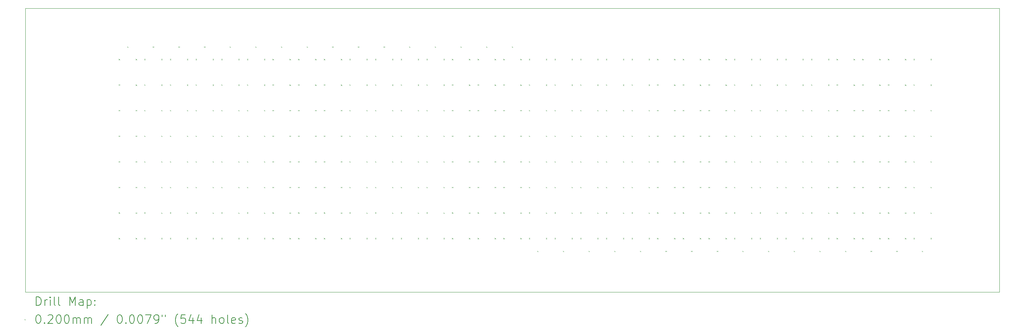
<source format=gbr>
%TF.GenerationSoftware,KiCad,Pcbnew,6.0.8+dfsg-1~bpo11+1*%
%TF.CreationDate,2023-06-19T10:01:32-04:00*%
%TF.ProjectId,08_padded_interleaved_loose,30385f70-6164-4646-9564-5f696e746572,rev?*%
%TF.SameCoordinates,Original*%
%TF.FileFunction,Drillmap*%
%TF.FilePolarity,Positive*%
%FSLAX45Y45*%
G04 Gerber Fmt 4.5, Leading zero omitted, Abs format (unit mm)*
G04 Created by KiCad (PCBNEW 6.0.8+dfsg-1~bpo11+1) date 2023-06-19 10:01:32*
%MOMM*%
%LPD*%
G01*
G04 APERTURE LIST*
%ADD10C,0.100000*%
%ADD11C,0.200000*%
%ADD12C,0.020000*%
G04 APERTURE END LIST*
D10*
X4217500Y-4700000D02*
X27005000Y-4700000D01*
X27005000Y-4700000D02*
X27005000Y-11355000D01*
X27005000Y-11355000D02*
X4217500Y-11355000D01*
X4217500Y-11355000D02*
X4217500Y-4700000D01*
D11*
D12*
X6400000Y-5889000D02*
X6420000Y-5909000D01*
X6420000Y-5889000D02*
X6400000Y-5909000D01*
X6400000Y-6489000D02*
X6420000Y-6509000D01*
X6420000Y-6489000D02*
X6400000Y-6509000D01*
X6400000Y-7089000D02*
X6420000Y-7109000D01*
X6420000Y-7089000D02*
X6400000Y-7109000D01*
X6400000Y-7689000D02*
X6420000Y-7709000D01*
X6420000Y-7689000D02*
X6400000Y-7709000D01*
X6400000Y-8289000D02*
X6420000Y-8309000D01*
X6420000Y-8289000D02*
X6400000Y-8309000D01*
X6400000Y-8889000D02*
X6420000Y-8909000D01*
X6420000Y-8889000D02*
X6400000Y-8909000D01*
X6400000Y-9489000D02*
X6420000Y-9509000D01*
X6420000Y-9489000D02*
X6400000Y-9509000D01*
X6400000Y-10089000D02*
X6420000Y-10109000D01*
X6420000Y-10089000D02*
X6400000Y-10109000D01*
X6597500Y-5595000D02*
X6617500Y-5615000D01*
X6617500Y-5595000D02*
X6597500Y-5615000D01*
X6798000Y-5890000D02*
X6818000Y-5910000D01*
X6818000Y-5890000D02*
X6798000Y-5910000D01*
X6798000Y-6490000D02*
X6818000Y-6510000D01*
X6818000Y-6490000D02*
X6798000Y-6510000D01*
X6798000Y-7090000D02*
X6818000Y-7110000D01*
X6818000Y-7090000D02*
X6798000Y-7110000D01*
X6798000Y-7690000D02*
X6818000Y-7710000D01*
X6818000Y-7690000D02*
X6798000Y-7710000D01*
X6798000Y-8290000D02*
X6818000Y-8310000D01*
X6818000Y-8290000D02*
X6798000Y-8310000D01*
X6798000Y-8890000D02*
X6818000Y-8910000D01*
X6818000Y-8890000D02*
X6798000Y-8910000D01*
X6798000Y-9490000D02*
X6818000Y-9510000D01*
X6818000Y-9490000D02*
X6798000Y-9510000D01*
X6798000Y-10090000D02*
X6818000Y-10110000D01*
X6818000Y-10090000D02*
X6798000Y-10110000D01*
X7000000Y-5889000D02*
X7020000Y-5909000D01*
X7020000Y-5889000D02*
X7000000Y-5909000D01*
X7000000Y-6489000D02*
X7020000Y-6509000D01*
X7020000Y-6489000D02*
X7000000Y-6509000D01*
X7000000Y-7089000D02*
X7020000Y-7109000D01*
X7020000Y-7089000D02*
X7000000Y-7109000D01*
X7000000Y-7689000D02*
X7020000Y-7709000D01*
X7020000Y-7689000D02*
X7000000Y-7709000D01*
X7000000Y-8289000D02*
X7020000Y-8309000D01*
X7020000Y-8289000D02*
X7000000Y-8309000D01*
X7000000Y-8889000D02*
X7020000Y-8909000D01*
X7020000Y-8889000D02*
X7000000Y-8909000D01*
X7000000Y-9489000D02*
X7020000Y-9509000D01*
X7020000Y-9489000D02*
X7000000Y-9509000D01*
X7000000Y-10089000D02*
X7020000Y-10109000D01*
X7020000Y-10089000D02*
X7000000Y-10109000D01*
X7197500Y-5595000D02*
X7217500Y-5615000D01*
X7217500Y-5595000D02*
X7197500Y-5615000D01*
X7398000Y-5890000D02*
X7418000Y-5910000D01*
X7418000Y-5890000D02*
X7398000Y-5910000D01*
X7398000Y-6490000D02*
X7418000Y-6510000D01*
X7418000Y-6490000D02*
X7398000Y-6510000D01*
X7398000Y-7090000D02*
X7418000Y-7110000D01*
X7418000Y-7090000D02*
X7398000Y-7110000D01*
X7398000Y-7690000D02*
X7418000Y-7710000D01*
X7418000Y-7690000D02*
X7398000Y-7710000D01*
X7398000Y-8290000D02*
X7418000Y-8310000D01*
X7418000Y-8290000D02*
X7398000Y-8310000D01*
X7398000Y-8890000D02*
X7418000Y-8910000D01*
X7418000Y-8890000D02*
X7398000Y-8910000D01*
X7398000Y-9490000D02*
X7418000Y-9510000D01*
X7418000Y-9490000D02*
X7398000Y-9510000D01*
X7398000Y-10090000D02*
X7418000Y-10110000D01*
X7418000Y-10090000D02*
X7398000Y-10110000D01*
X7600000Y-5889000D02*
X7620000Y-5909000D01*
X7620000Y-5889000D02*
X7600000Y-5909000D01*
X7600000Y-6489000D02*
X7620000Y-6509000D01*
X7620000Y-6489000D02*
X7600000Y-6509000D01*
X7600000Y-7089000D02*
X7620000Y-7109000D01*
X7620000Y-7089000D02*
X7600000Y-7109000D01*
X7600000Y-7689000D02*
X7620000Y-7709000D01*
X7620000Y-7689000D02*
X7600000Y-7709000D01*
X7600000Y-8289000D02*
X7620000Y-8309000D01*
X7620000Y-8289000D02*
X7600000Y-8309000D01*
X7600000Y-8889000D02*
X7620000Y-8909000D01*
X7620000Y-8889000D02*
X7600000Y-8909000D01*
X7600000Y-9489000D02*
X7620000Y-9509000D01*
X7620000Y-9489000D02*
X7600000Y-9509000D01*
X7600000Y-10089000D02*
X7620000Y-10109000D01*
X7620000Y-10089000D02*
X7600000Y-10109000D01*
X7797500Y-5595000D02*
X7817500Y-5615000D01*
X7817500Y-5595000D02*
X7797500Y-5615000D01*
X7998000Y-5890000D02*
X8018000Y-5910000D01*
X8018000Y-5890000D02*
X7998000Y-5910000D01*
X7998000Y-6490000D02*
X8018000Y-6510000D01*
X8018000Y-6490000D02*
X7998000Y-6510000D01*
X7998000Y-7090000D02*
X8018000Y-7110000D01*
X8018000Y-7090000D02*
X7998000Y-7110000D01*
X7998000Y-7690000D02*
X8018000Y-7710000D01*
X8018000Y-7690000D02*
X7998000Y-7710000D01*
X7998000Y-8290000D02*
X8018000Y-8310000D01*
X8018000Y-8290000D02*
X7998000Y-8310000D01*
X7998000Y-8890000D02*
X8018000Y-8910000D01*
X8018000Y-8890000D02*
X7998000Y-8910000D01*
X7998000Y-9490000D02*
X8018000Y-9510000D01*
X8018000Y-9490000D02*
X7998000Y-9510000D01*
X7998000Y-10090000D02*
X8018000Y-10110000D01*
X8018000Y-10090000D02*
X7998000Y-10110000D01*
X8200000Y-5889000D02*
X8220000Y-5909000D01*
X8220000Y-5889000D02*
X8200000Y-5909000D01*
X8200000Y-6489000D02*
X8220000Y-6509000D01*
X8220000Y-6489000D02*
X8200000Y-6509000D01*
X8200000Y-7089000D02*
X8220000Y-7109000D01*
X8220000Y-7089000D02*
X8200000Y-7109000D01*
X8200000Y-7689000D02*
X8220000Y-7709000D01*
X8220000Y-7689000D02*
X8200000Y-7709000D01*
X8200000Y-8289000D02*
X8220000Y-8309000D01*
X8220000Y-8289000D02*
X8200000Y-8309000D01*
X8200000Y-8889000D02*
X8220000Y-8909000D01*
X8220000Y-8889000D02*
X8200000Y-8909000D01*
X8200000Y-9489000D02*
X8220000Y-9509000D01*
X8220000Y-9489000D02*
X8200000Y-9509000D01*
X8200000Y-10089000D02*
X8220000Y-10109000D01*
X8220000Y-10089000D02*
X8200000Y-10109000D01*
X8397500Y-5595000D02*
X8417500Y-5615000D01*
X8417500Y-5595000D02*
X8397500Y-5615000D01*
X8598000Y-5890000D02*
X8618000Y-5910000D01*
X8618000Y-5890000D02*
X8598000Y-5910000D01*
X8598000Y-6490000D02*
X8618000Y-6510000D01*
X8618000Y-6490000D02*
X8598000Y-6510000D01*
X8598000Y-7090000D02*
X8618000Y-7110000D01*
X8618000Y-7090000D02*
X8598000Y-7110000D01*
X8598000Y-7690000D02*
X8618000Y-7710000D01*
X8618000Y-7690000D02*
X8598000Y-7710000D01*
X8598000Y-8290000D02*
X8618000Y-8310000D01*
X8618000Y-8290000D02*
X8598000Y-8310000D01*
X8598000Y-8890000D02*
X8618000Y-8910000D01*
X8618000Y-8890000D02*
X8598000Y-8910000D01*
X8598000Y-9490000D02*
X8618000Y-9510000D01*
X8618000Y-9490000D02*
X8598000Y-9510000D01*
X8598000Y-10090000D02*
X8618000Y-10110000D01*
X8618000Y-10090000D02*
X8598000Y-10110000D01*
X8800000Y-5889000D02*
X8820000Y-5909000D01*
X8820000Y-5889000D02*
X8800000Y-5909000D01*
X8800000Y-6489000D02*
X8820000Y-6509000D01*
X8820000Y-6489000D02*
X8800000Y-6509000D01*
X8800000Y-7089000D02*
X8820000Y-7109000D01*
X8820000Y-7089000D02*
X8800000Y-7109000D01*
X8800000Y-7689000D02*
X8820000Y-7709000D01*
X8820000Y-7689000D02*
X8800000Y-7709000D01*
X8800000Y-8289000D02*
X8820000Y-8309000D01*
X8820000Y-8289000D02*
X8800000Y-8309000D01*
X8800000Y-8889000D02*
X8820000Y-8909000D01*
X8820000Y-8889000D02*
X8800000Y-8909000D01*
X8800000Y-9489000D02*
X8820000Y-9509000D01*
X8820000Y-9489000D02*
X8800000Y-9509000D01*
X8800000Y-10089000D02*
X8820000Y-10109000D01*
X8820000Y-10089000D02*
X8800000Y-10109000D01*
X8997500Y-5595000D02*
X9017500Y-5615000D01*
X9017500Y-5595000D02*
X8997500Y-5615000D01*
X9198000Y-5890000D02*
X9218000Y-5910000D01*
X9218000Y-5890000D02*
X9198000Y-5910000D01*
X9198000Y-6490000D02*
X9218000Y-6510000D01*
X9218000Y-6490000D02*
X9198000Y-6510000D01*
X9198000Y-7090000D02*
X9218000Y-7110000D01*
X9218000Y-7090000D02*
X9198000Y-7110000D01*
X9198000Y-7690000D02*
X9218000Y-7710000D01*
X9218000Y-7690000D02*
X9198000Y-7710000D01*
X9198000Y-8290000D02*
X9218000Y-8310000D01*
X9218000Y-8290000D02*
X9198000Y-8310000D01*
X9198000Y-8890000D02*
X9218000Y-8910000D01*
X9218000Y-8890000D02*
X9198000Y-8910000D01*
X9198000Y-9490000D02*
X9218000Y-9510000D01*
X9218000Y-9490000D02*
X9198000Y-9510000D01*
X9198000Y-10090000D02*
X9218000Y-10110000D01*
X9218000Y-10090000D02*
X9198000Y-10110000D01*
X9400000Y-5889000D02*
X9420000Y-5909000D01*
X9420000Y-5889000D02*
X9400000Y-5909000D01*
X9400000Y-6489000D02*
X9420000Y-6509000D01*
X9420000Y-6489000D02*
X9400000Y-6509000D01*
X9400000Y-7089000D02*
X9420000Y-7109000D01*
X9420000Y-7089000D02*
X9400000Y-7109000D01*
X9400000Y-7689000D02*
X9420000Y-7709000D01*
X9420000Y-7689000D02*
X9400000Y-7709000D01*
X9400000Y-8289000D02*
X9420000Y-8309000D01*
X9420000Y-8289000D02*
X9400000Y-8309000D01*
X9400000Y-8889000D02*
X9420000Y-8909000D01*
X9420000Y-8889000D02*
X9400000Y-8909000D01*
X9400000Y-9489000D02*
X9420000Y-9509000D01*
X9420000Y-9489000D02*
X9400000Y-9509000D01*
X9400000Y-10089000D02*
X9420000Y-10109000D01*
X9420000Y-10089000D02*
X9400000Y-10109000D01*
X9597500Y-5595000D02*
X9617500Y-5615000D01*
X9617500Y-5595000D02*
X9597500Y-5615000D01*
X9798000Y-5890000D02*
X9818000Y-5910000D01*
X9818000Y-5890000D02*
X9798000Y-5910000D01*
X9798000Y-6490000D02*
X9818000Y-6510000D01*
X9818000Y-6490000D02*
X9798000Y-6510000D01*
X9798000Y-7090000D02*
X9818000Y-7110000D01*
X9818000Y-7090000D02*
X9798000Y-7110000D01*
X9798000Y-7690000D02*
X9818000Y-7710000D01*
X9818000Y-7690000D02*
X9798000Y-7710000D01*
X9798000Y-8290000D02*
X9818000Y-8310000D01*
X9818000Y-8290000D02*
X9798000Y-8310000D01*
X9798000Y-8890000D02*
X9818000Y-8910000D01*
X9818000Y-8890000D02*
X9798000Y-8910000D01*
X9798000Y-9490000D02*
X9818000Y-9510000D01*
X9818000Y-9490000D02*
X9798000Y-9510000D01*
X9798000Y-10090000D02*
X9818000Y-10110000D01*
X9818000Y-10090000D02*
X9798000Y-10110000D01*
X10000000Y-5889000D02*
X10020000Y-5909000D01*
X10020000Y-5889000D02*
X10000000Y-5909000D01*
X10000000Y-6489000D02*
X10020000Y-6509000D01*
X10020000Y-6489000D02*
X10000000Y-6509000D01*
X10000000Y-7089000D02*
X10020000Y-7109000D01*
X10020000Y-7089000D02*
X10000000Y-7109000D01*
X10000000Y-7689000D02*
X10020000Y-7709000D01*
X10020000Y-7689000D02*
X10000000Y-7709000D01*
X10000000Y-8289000D02*
X10020000Y-8309000D01*
X10020000Y-8289000D02*
X10000000Y-8309000D01*
X10000000Y-8889000D02*
X10020000Y-8909000D01*
X10020000Y-8889000D02*
X10000000Y-8909000D01*
X10000000Y-9489000D02*
X10020000Y-9509000D01*
X10020000Y-9489000D02*
X10000000Y-9509000D01*
X10000000Y-10089000D02*
X10020000Y-10109000D01*
X10020000Y-10089000D02*
X10000000Y-10109000D01*
X10197500Y-5595000D02*
X10217500Y-5615000D01*
X10217500Y-5595000D02*
X10197500Y-5615000D01*
X10398000Y-5890000D02*
X10418000Y-5910000D01*
X10418000Y-5890000D02*
X10398000Y-5910000D01*
X10398000Y-6490000D02*
X10418000Y-6510000D01*
X10418000Y-6490000D02*
X10398000Y-6510000D01*
X10398000Y-7090000D02*
X10418000Y-7110000D01*
X10418000Y-7090000D02*
X10398000Y-7110000D01*
X10398000Y-7690000D02*
X10418000Y-7710000D01*
X10418000Y-7690000D02*
X10398000Y-7710000D01*
X10398000Y-8290000D02*
X10418000Y-8310000D01*
X10418000Y-8290000D02*
X10398000Y-8310000D01*
X10398000Y-8890000D02*
X10418000Y-8910000D01*
X10418000Y-8890000D02*
X10398000Y-8910000D01*
X10398000Y-9490000D02*
X10418000Y-9510000D01*
X10418000Y-9490000D02*
X10398000Y-9510000D01*
X10398000Y-10090000D02*
X10418000Y-10110000D01*
X10418000Y-10090000D02*
X10398000Y-10110000D01*
X10600000Y-5889000D02*
X10620000Y-5909000D01*
X10620000Y-5889000D02*
X10600000Y-5909000D01*
X10600000Y-6489000D02*
X10620000Y-6509000D01*
X10620000Y-6489000D02*
X10600000Y-6509000D01*
X10600000Y-7089000D02*
X10620000Y-7109000D01*
X10620000Y-7089000D02*
X10600000Y-7109000D01*
X10600000Y-7689000D02*
X10620000Y-7709000D01*
X10620000Y-7689000D02*
X10600000Y-7709000D01*
X10600000Y-8289000D02*
X10620000Y-8309000D01*
X10620000Y-8289000D02*
X10600000Y-8309000D01*
X10600000Y-8889000D02*
X10620000Y-8909000D01*
X10620000Y-8889000D02*
X10600000Y-8909000D01*
X10600000Y-9489000D02*
X10620000Y-9509000D01*
X10620000Y-9489000D02*
X10600000Y-9509000D01*
X10600000Y-10089000D02*
X10620000Y-10109000D01*
X10620000Y-10089000D02*
X10600000Y-10109000D01*
X10797500Y-5595000D02*
X10817500Y-5615000D01*
X10817500Y-5595000D02*
X10797500Y-5615000D01*
X10998000Y-5890000D02*
X11018000Y-5910000D01*
X11018000Y-5890000D02*
X10998000Y-5910000D01*
X10998000Y-6490000D02*
X11018000Y-6510000D01*
X11018000Y-6490000D02*
X10998000Y-6510000D01*
X10998000Y-7090000D02*
X11018000Y-7110000D01*
X11018000Y-7090000D02*
X10998000Y-7110000D01*
X10998000Y-7690000D02*
X11018000Y-7710000D01*
X11018000Y-7690000D02*
X10998000Y-7710000D01*
X10998000Y-8290000D02*
X11018000Y-8310000D01*
X11018000Y-8290000D02*
X10998000Y-8310000D01*
X10998000Y-8890000D02*
X11018000Y-8910000D01*
X11018000Y-8890000D02*
X10998000Y-8910000D01*
X10998000Y-9490000D02*
X11018000Y-9510000D01*
X11018000Y-9490000D02*
X10998000Y-9510000D01*
X10998000Y-10090000D02*
X11018000Y-10110000D01*
X11018000Y-10090000D02*
X10998000Y-10110000D01*
X11200000Y-5889000D02*
X11220000Y-5909000D01*
X11220000Y-5889000D02*
X11200000Y-5909000D01*
X11200000Y-6489000D02*
X11220000Y-6509000D01*
X11220000Y-6489000D02*
X11200000Y-6509000D01*
X11200000Y-7089000D02*
X11220000Y-7109000D01*
X11220000Y-7089000D02*
X11200000Y-7109000D01*
X11200000Y-7689000D02*
X11220000Y-7709000D01*
X11220000Y-7689000D02*
X11200000Y-7709000D01*
X11200000Y-8289000D02*
X11220000Y-8309000D01*
X11220000Y-8289000D02*
X11200000Y-8309000D01*
X11200000Y-8889000D02*
X11220000Y-8909000D01*
X11220000Y-8889000D02*
X11200000Y-8909000D01*
X11200000Y-9489000D02*
X11220000Y-9509000D01*
X11220000Y-9489000D02*
X11200000Y-9509000D01*
X11200000Y-10089000D02*
X11220000Y-10109000D01*
X11220000Y-10089000D02*
X11200000Y-10109000D01*
X11397500Y-5595000D02*
X11417500Y-5615000D01*
X11417500Y-5595000D02*
X11397500Y-5615000D01*
X11598000Y-5890000D02*
X11618000Y-5910000D01*
X11618000Y-5890000D02*
X11598000Y-5910000D01*
X11598000Y-6490000D02*
X11618000Y-6510000D01*
X11618000Y-6490000D02*
X11598000Y-6510000D01*
X11598000Y-7090000D02*
X11618000Y-7110000D01*
X11618000Y-7090000D02*
X11598000Y-7110000D01*
X11598000Y-7690000D02*
X11618000Y-7710000D01*
X11618000Y-7690000D02*
X11598000Y-7710000D01*
X11598000Y-8290000D02*
X11618000Y-8310000D01*
X11618000Y-8290000D02*
X11598000Y-8310000D01*
X11598000Y-8890000D02*
X11618000Y-8910000D01*
X11618000Y-8890000D02*
X11598000Y-8910000D01*
X11598000Y-9490000D02*
X11618000Y-9510000D01*
X11618000Y-9490000D02*
X11598000Y-9510000D01*
X11598000Y-10090000D02*
X11618000Y-10110000D01*
X11618000Y-10090000D02*
X11598000Y-10110000D01*
X11800000Y-5889000D02*
X11820000Y-5909000D01*
X11820000Y-5889000D02*
X11800000Y-5909000D01*
X11800000Y-6489000D02*
X11820000Y-6509000D01*
X11820000Y-6489000D02*
X11800000Y-6509000D01*
X11800000Y-7089000D02*
X11820000Y-7109000D01*
X11820000Y-7089000D02*
X11800000Y-7109000D01*
X11800000Y-7689000D02*
X11820000Y-7709000D01*
X11820000Y-7689000D02*
X11800000Y-7709000D01*
X11800000Y-8289000D02*
X11820000Y-8309000D01*
X11820000Y-8289000D02*
X11800000Y-8309000D01*
X11800000Y-8889000D02*
X11820000Y-8909000D01*
X11820000Y-8889000D02*
X11800000Y-8909000D01*
X11800000Y-9489000D02*
X11820000Y-9509000D01*
X11820000Y-9489000D02*
X11800000Y-9509000D01*
X11800000Y-10089000D02*
X11820000Y-10109000D01*
X11820000Y-10089000D02*
X11800000Y-10109000D01*
X11997500Y-5595000D02*
X12017500Y-5615000D01*
X12017500Y-5595000D02*
X11997500Y-5615000D01*
X12198000Y-5890000D02*
X12218000Y-5910000D01*
X12218000Y-5890000D02*
X12198000Y-5910000D01*
X12198000Y-6490000D02*
X12218000Y-6510000D01*
X12218000Y-6490000D02*
X12198000Y-6510000D01*
X12198000Y-7090000D02*
X12218000Y-7110000D01*
X12218000Y-7090000D02*
X12198000Y-7110000D01*
X12198000Y-7690000D02*
X12218000Y-7710000D01*
X12218000Y-7690000D02*
X12198000Y-7710000D01*
X12198000Y-8290000D02*
X12218000Y-8310000D01*
X12218000Y-8290000D02*
X12198000Y-8310000D01*
X12198000Y-8890000D02*
X12218000Y-8910000D01*
X12218000Y-8890000D02*
X12198000Y-8910000D01*
X12198000Y-9490000D02*
X12218000Y-9510000D01*
X12218000Y-9490000D02*
X12198000Y-9510000D01*
X12198000Y-10090000D02*
X12218000Y-10110000D01*
X12218000Y-10090000D02*
X12198000Y-10110000D01*
X12400000Y-5889000D02*
X12420000Y-5909000D01*
X12420000Y-5889000D02*
X12400000Y-5909000D01*
X12400000Y-6489000D02*
X12420000Y-6509000D01*
X12420000Y-6489000D02*
X12400000Y-6509000D01*
X12400000Y-7089000D02*
X12420000Y-7109000D01*
X12420000Y-7089000D02*
X12400000Y-7109000D01*
X12400000Y-7689000D02*
X12420000Y-7709000D01*
X12420000Y-7689000D02*
X12400000Y-7709000D01*
X12400000Y-8289000D02*
X12420000Y-8309000D01*
X12420000Y-8289000D02*
X12400000Y-8309000D01*
X12400000Y-8889000D02*
X12420000Y-8909000D01*
X12420000Y-8889000D02*
X12400000Y-8909000D01*
X12400000Y-9489000D02*
X12420000Y-9509000D01*
X12420000Y-9489000D02*
X12400000Y-9509000D01*
X12400000Y-10089000D02*
X12420000Y-10109000D01*
X12420000Y-10089000D02*
X12400000Y-10109000D01*
X12597500Y-5595000D02*
X12617500Y-5615000D01*
X12617500Y-5595000D02*
X12597500Y-5615000D01*
X12798000Y-5890000D02*
X12818000Y-5910000D01*
X12818000Y-5890000D02*
X12798000Y-5910000D01*
X12798000Y-6490000D02*
X12818000Y-6510000D01*
X12818000Y-6490000D02*
X12798000Y-6510000D01*
X12798000Y-7090000D02*
X12818000Y-7110000D01*
X12818000Y-7090000D02*
X12798000Y-7110000D01*
X12798000Y-7690000D02*
X12818000Y-7710000D01*
X12818000Y-7690000D02*
X12798000Y-7710000D01*
X12798000Y-8290000D02*
X12818000Y-8310000D01*
X12818000Y-8290000D02*
X12798000Y-8310000D01*
X12798000Y-8890000D02*
X12818000Y-8910000D01*
X12818000Y-8890000D02*
X12798000Y-8910000D01*
X12798000Y-9490000D02*
X12818000Y-9510000D01*
X12818000Y-9490000D02*
X12798000Y-9510000D01*
X12798000Y-10090000D02*
X12818000Y-10110000D01*
X12818000Y-10090000D02*
X12798000Y-10110000D01*
X13000000Y-5889000D02*
X13020000Y-5909000D01*
X13020000Y-5889000D02*
X13000000Y-5909000D01*
X13000000Y-6489000D02*
X13020000Y-6509000D01*
X13020000Y-6489000D02*
X13000000Y-6509000D01*
X13000000Y-7089000D02*
X13020000Y-7109000D01*
X13020000Y-7089000D02*
X13000000Y-7109000D01*
X13000000Y-7689000D02*
X13020000Y-7709000D01*
X13020000Y-7689000D02*
X13000000Y-7709000D01*
X13000000Y-8289000D02*
X13020000Y-8309000D01*
X13020000Y-8289000D02*
X13000000Y-8309000D01*
X13000000Y-8889000D02*
X13020000Y-8909000D01*
X13020000Y-8889000D02*
X13000000Y-8909000D01*
X13000000Y-9489000D02*
X13020000Y-9509000D01*
X13020000Y-9489000D02*
X13000000Y-9509000D01*
X13000000Y-10089000D02*
X13020000Y-10109000D01*
X13020000Y-10089000D02*
X13000000Y-10109000D01*
X13197500Y-5595000D02*
X13217500Y-5615000D01*
X13217500Y-5595000D02*
X13197500Y-5615000D01*
X13398000Y-5890000D02*
X13418000Y-5910000D01*
X13418000Y-5890000D02*
X13398000Y-5910000D01*
X13398000Y-6490000D02*
X13418000Y-6510000D01*
X13418000Y-6490000D02*
X13398000Y-6510000D01*
X13398000Y-7090000D02*
X13418000Y-7110000D01*
X13418000Y-7090000D02*
X13398000Y-7110000D01*
X13398000Y-7690000D02*
X13418000Y-7710000D01*
X13418000Y-7690000D02*
X13398000Y-7710000D01*
X13398000Y-8290000D02*
X13418000Y-8310000D01*
X13418000Y-8290000D02*
X13398000Y-8310000D01*
X13398000Y-8890000D02*
X13418000Y-8910000D01*
X13418000Y-8890000D02*
X13398000Y-8910000D01*
X13398000Y-9490000D02*
X13418000Y-9510000D01*
X13418000Y-9490000D02*
X13398000Y-9510000D01*
X13398000Y-10090000D02*
X13418000Y-10110000D01*
X13418000Y-10090000D02*
X13398000Y-10110000D01*
X13600000Y-5889000D02*
X13620000Y-5909000D01*
X13620000Y-5889000D02*
X13600000Y-5909000D01*
X13600000Y-6489000D02*
X13620000Y-6509000D01*
X13620000Y-6489000D02*
X13600000Y-6509000D01*
X13600000Y-7089000D02*
X13620000Y-7109000D01*
X13620000Y-7089000D02*
X13600000Y-7109000D01*
X13600000Y-7689000D02*
X13620000Y-7709000D01*
X13620000Y-7689000D02*
X13600000Y-7709000D01*
X13600000Y-8289000D02*
X13620000Y-8309000D01*
X13620000Y-8289000D02*
X13600000Y-8309000D01*
X13600000Y-8889000D02*
X13620000Y-8909000D01*
X13620000Y-8889000D02*
X13600000Y-8909000D01*
X13600000Y-9489000D02*
X13620000Y-9509000D01*
X13620000Y-9489000D02*
X13600000Y-9509000D01*
X13600000Y-10089000D02*
X13620000Y-10109000D01*
X13620000Y-10089000D02*
X13600000Y-10109000D01*
X13797500Y-5595000D02*
X13817500Y-5615000D01*
X13817500Y-5595000D02*
X13797500Y-5615000D01*
X13998000Y-5890000D02*
X14018000Y-5910000D01*
X14018000Y-5890000D02*
X13998000Y-5910000D01*
X13998000Y-6490000D02*
X14018000Y-6510000D01*
X14018000Y-6490000D02*
X13998000Y-6510000D01*
X13998000Y-7090000D02*
X14018000Y-7110000D01*
X14018000Y-7090000D02*
X13998000Y-7110000D01*
X13998000Y-7690000D02*
X14018000Y-7710000D01*
X14018000Y-7690000D02*
X13998000Y-7710000D01*
X13998000Y-8290000D02*
X14018000Y-8310000D01*
X14018000Y-8290000D02*
X13998000Y-8310000D01*
X13998000Y-8890000D02*
X14018000Y-8910000D01*
X14018000Y-8890000D02*
X13998000Y-8910000D01*
X13998000Y-9490000D02*
X14018000Y-9510000D01*
X14018000Y-9490000D02*
X13998000Y-9510000D01*
X13998000Y-10090000D02*
X14018000Y-10110000D01*
X14018000Y-10090000D02*
X13998000Y-10110000D01*
X14200000Y-5889000D02*
X14220000Y-5909000D01*
X14220000Y-5889000D02*
X14200000Y-5909000D01*
X14200000Y-6489000D02*
X14220000Y-6509000D01*
X14220000Y-6489000D02*
X14200000Y-6509000D01*
X14200000Y-7089000D02*
X14220000Y-7109000D01*
X14220000Y-7089000D02*
X14200000Y-7109000D01*
X14200000Y-7689000D02*
X14220000Y-7709000D01*
X14220000Y-7689000D02*
X14200000Y-7709000D01*
X14200000Y-8289000D02*
X14220000Y-8309000D01*
X14220000Y-8289000D02*
X14200000Y-8309000D01*
X14200000Y-8889000D02*
X14220000Y-8909000D01*
X14220000Y-8889000D02*
X14200000Y-8909000D01*
X14200000Y-9489000D02*
X14220000Y-9509000D01*
X14220000Y-9489000D02*
X14200000Y-9509000D01*
X14200000Y-10089000D02*
X14220000Y-10109000D01*
X14220000Y-10089000D02*
X14200000Y-10109000D01*
X14397500Y-5595000D02*
X14417500Y-5615000D01*
X14417500Y-5595000D02*
X14397500Y-5615000D01*
X14598000Y-5890000D02*
X14618000Y-5910000D01*
X14618000Y-5890000D02*
X14598000Y-5910000D01*
X14598000Y-6490000D02*
X14618000Y-6510000D01*
X14618000Y-6490000D02*
X14598000Y-6510000D01*
X14598000Y-7090000D02*
X14618000Y-7110000D01*
X14618000Y-7090000D02*
X14598000Y-7110000D01*
X14598000Y-7690000D02*
X14618000Y-7710000D01*
X14618000Y-7690000D02*
X14598000Y-7710000D01*
X14598000Y-8290000D02*
X14618000Y-8310000D01*
X14618000Y-8290000D02*
X14598000Y-8310000D01*
X14598000Y-8890000D02*
X14618000Y-8910000D01*
X14618000Y-8890000D02*
X14598000Y-8910000D01*
X14598000Y-9490000D02*
X14618000Y-9510000D01*
X14618000Y-9490000D02*
X14598000Y-9510000D01*
X14598000Y-10090000D02*
X14618000Y-10110000D01*
X14618000Y-10090000D02*
X14598000Y-10110000D01*
X14800000Y-5889000D02*
X14820000Y-5909000D01*
X14820000Y-5889000D02*
X14800000Y-5909000D01*
X14800000Y-6489000D02*
X14820000Y-6509000D01*
X14820000Y-6489000D02*
X14800000Y-6509000D01*
X14800000Y-7089000D02*
X14820000Y-7109000D01*
X14820000Y-7089000D02*
X14800000Y-7109000D01*
X14800000Y-7689000D02*
X14820000Y-7709000D01*
X14820000Y-7689000D02*
X14800000Y-7709000D01*
X14800000Y-8289000D02*
X14820000Y-8309000D01*
X14820000Y-8289000D02*
X14800000Y-8309000D01*
X14800000Y-8889000D02*
X14820000Y-8909000D01*
X14820000Y-8889000D02*
X14800000Y-8909000D01*
X14800000Y-9489000D02*
X14820000Y-9509000D01*
X14820000Y-9489000D02*
X14800000Y-9509000D01*
X14800000Y-10089000D02*
X14820000Y-10109000D01*
X14820000Y-10089000D02*
X14800000Y-10109000D01*
X14997500Y-5595000D02*
X15017500Y-5615000D01*
X15017500Y-5595000D02*
X14997500Y-5615000D01*
X15198000Y-5890000D02*
X15218000Y-5910000D01*
X15218000Y-5890000D02*
X15198000Y-5910000D01*
X15198000Y-6490000D02*
X15218000Y-6510000D01*
X15218000Y-6490000D02*
X15198000Y-6510000D01*
X15198000Y-7090000D02*
X15218000Y-7110000D01*
X15218000Y-7090000D02*
X15198000Y-7110000D01*
X15198000Y-7690000D02*
X15218000Y-7710000D01*
X15218000Y-7690000D02*
X15198000Y-7710000D01*
X15198000Y-8290000D02*
X15218000Y-8310000D01*
X15218000Y-8290000D02*
X15198000Y-8310000D01*
X15198000Y-8890000D02*
X15218000Y-8910000D01*
X15218000Y-8890000D02*
X15198000Y-8910000D01*
X15198000Y-9490000D02*
X15218000Y-9510000D01*
X15218000Y-9490000D02*
X15198000Y-9510000D01*
X15198000Y-10090000D02*
X15218000Y-10110000D01*
X15218000Y-10090000D02*
X15198000Y-10110000D01*
X15400000Y-5889000D02*
X15420000Y-5909000D01*
X15420000Y-5889000D02*
X15400000Y-5909000D01*
X15400000Y-6489000D02*
X15420000Y-6509000D01*
X15420000Y-6489000D02*
X15400000Y-6509000D01*
X15400000Y-7089000D02*
X15420000Y-7109000D01*
X15420000Y-7089000D02*
X15400000Y-7109000D01*
X15400000Y-7689000D02*
X15420000Y-7709000D01*
X15420000Y-7689000D02*
X15400000Y-7709000D01*
X15400000Y-8289000D02*
X15420000Y-8309000D01*
X15420000Y-8289000D02*
X15400000Y-8309000D01*
X15400000Y-8889000D02*
X15420000Y-8909000D01*
X15420000Y-8889000D02*
X15400000Y-8909000D01*
X15400000Y-9489000D02*
X15420000Y-9509000D01*
X15420000Y-9489000D02*
X15400000Y-9509000D01*
X15400000Y-10089000D02*
X15420000Y-10109000D01*
X15420000Y-10089000D02*
X15400000Y-10109000D01*
X15597500Y-5595000D02*
X15617500Y-5615000D01*
X15617500Y-5595000D02*
X15597500Y-5615000D01*
X15798000Y-5890000D02*
X15818000Y-5910000D01*
X15818000Y-5890000D02*
X15798000Y-5910000D01*
X15798000Y-6490000D02*
X15818000Y-6510000D01*
X15818000Y-6490000D02*
X15798000Y-6510000D01*
X15798000Y-7090000D02*
X15818000Y-7110000D01*
X15818000Y-7090000D02*
X15798000Y-7110000D01*
X15798000Y-7690000D02*
X15818000Y-7710000D01*
X15818000Y-7690000D02*
X15798000Y-7710000D01*
X15798000Y-8290000D02*
X15818000Y-8310000D01*
X15818000Y-8290000D02*
X15798000Y-8310000D01*
X15798000Y-8890000D02*
X15818000Y-8910000D01*
X15818000Y-8890000D02*
X15798000Y-8910000D01*
X15798000Y-9490000D02*
X15818000Y-9510000D01*
X15818000Y-9490000D02*
X15798000Y-9510000D01*
X15798000Y-10090000D02*
X15818000Y-10110000D01*
X15818000Y-10090000D02*
X15798000Y-10110000D01*
X16000000Y-5889000D02*
X16020000Y-5909000D01*
X16020000Y-5889000D02*
X16000000Y-5909000D01*
X16000000Y-6489000D02*
X16020000Y-6509000D01*
X16020000Y-6489000D02*
X16000000Y-6509000D01*
X16000000Y-7089000D02*
X16020000Y-7109000D01*
X16020000Y-7089000D02*
X16000000Y-7109000D01*
X16000000Y-7689000D02*
X16020000Y-7709000D01*
X16020000Y-7689000D02*
X16000000Y-7709000D01*
X16000000Y-8289000D02*
X16020000Y-8309000D01*
X16020000Y-8289000D02*
X16000000Y-8309000D01*
X16000000Y-8889000D02*
X16020000Y-8909000D01*
X16020000Y-8889000D02*
X16000000Y-8909000D01*
X16000000Y-9489000D02*
X16020000Y-9509000D01*
X16020000Y-9489000D02*
X16000000Y-9509000D01*
X16000000Y-10089000D02*
X16020000Y-10109000D01*
X16020000Y-10089000D02*
X16000000Y-10109000D01*
X16195000Y-10390000D02*
X16215000Y-10410000D01*
X16215000Y-10390000D02*
X16195000Y-10410000D01*
X16398000Y-5890000D02*
X16418000Y-5910000D01*
X16418000Y-5890000D02*
X16398000Y-5910000D01*
X16398000Y-6490000D02*
X16418000Y-6510000D01*
X16418000Y-6490000D02*
X16398000Y-6510000D01*
X16398000Y-7090000D02*
X16418000Y-7110000D01*
X16418000Y-7090000D02*
X16398000Y-7110000D01*
X16398000Y-7690000D02*
X16418000Y-7710000D01*
X16418000Y-7690000D02*
X16398000Y-7710000D01*
X16398000Y-8290000D02*
X16418000Y-8310000D01*
X16418000Y-8290000D02*
X16398000Y-8310000D01*
X16398000Y-8890000D02*
X16418000Y-8910000D01*
X16418000Y-8890000D02*
X16398000Y-8910000D01*
X16398000Y-9490000D02*
X16418000Y-9510000D01*
X16418000Y-9490000D02*
X16398000Y-9510000D01*
X16398000Y-10090000D02*
X16418000Y-10110000D01*
X16418000Y-10090000D02*
X16398000Y-10110000D01*
X16600000Y-5889000D02*
X16620000Y-5909000D01*
X16620000Y-5889000D02*
X16600000Y-5909000D01*
X16600000Y-6489000D02*
X16620000Y-6509000D01*
X16620000Y-6489000D02*
X16600000Y-6509000D01*
X16600000Y-7089000D02*
X16620000Y-7109000D01*
X16620000Y-7089000D02*
X16600000Y-7109000D01*
X16600000Y-7689000D02*
X16620000Y-7709000D01*
X16620000Y-7689000D02*
X16600000Y-7709000D01*
X16600000Y-8289000D02*
X16620000Y-8309000D01*
X16620000Y-8289000D02*
X16600000Y-8309000D01*
X16600000Y-8889000D02*
X16620000Y-8909000D01*
X16620000Y-8889000D02*
X16600000Y-8909000D01*
X16600000Y-9489000D02*
X16620000Y-9509000D01*
X16620000Y-9489000D02*
X16600000Y-9509000D01*
X16600000Y-10089000D02*
X16620000Y-10109000D01*
X16620000Y-10089000D02*
X16600000Y-10109000D01*
X16795000Y-10390000D02*
X16815000Y-10410000D01*
X16815000Y-10390000D02*
X16795000Y-10410000D01*
X16998000Y-5890000D02*
X17018000Y-5910000D01*
X17018000Y-5890000D02*
X16998000Y-5910000D01*
X16998000Y-6490000D02*
X17018000Y-6510000D01*
X17018000Y-6490000D02*
X16998000Y-6510000D01*
X16998000Y-7090000D02*
X17018000Y-7110000D01*
X17018000Y-7090000D02*
X16998000Y-7110000D01*
X16998000Y-7690000D02*
X17018000Y-7710000D01*
X17018000Y-7690000D02*
X16998000Y-7710000D01*
X16998000Y-8290000D02*
X17018000Y-8310000D01*
X17018000Y-8290000D02*
X16998000Y-8310000D01*
X16998000Y-8890000D02*
X17018000Y-8910000D01*
X17018000Y-8890000D02*
X16998000Y-8910000D01*
X16998000Y-9490000D02*
X17018000Y-9510000D01*
X17018000Y-9490000D02*
X16998000Y-9510000D01*
X16998000Y-10090000D02*
X17018000Y-10110000D01*
X17018000Y-10090000D02*
X16998000Y-10110000D01*
X17200000Y-5889000D02*
X17220000Y-5909000D01*
X17220000Y-5889000D02*
X17200000Y-5909000D01*
X17200000Y-6489000D02*
X17220000Y-6509000D01*
X17220000Y-6489000D02*
X17200000Y-6509000D01*
X17200000Y-7089000D02*
X17220000Y-7109000D01*
X17220000Y-7089000D02*
X17200000Y-7109000D01*
X17200000Y-7689000D02*
X17220000Y-7709000D01*
X17220000Y-7689000D02*
X17200000Y-7709000D01*
X17200000Y-8289000D02*
X17220000Y-8309000D01*
X17220000Y-8289000D02*
X17200000Y-8309000D01*
X17200000Y-8889000D02*
X17220000Y-8909000D01*
X17220000Y-8889000D02*
X17200000Y-8909000D01*
X17200000Y-9489000D02*
X17220000Y-9509000D01*
X17220000Y-9489000D02*
X17200000Y-9509000D01*
X17200000Y-10089000D02*
X17220000Y-10109000D01*
X17220000Y-10089000D02*
X17200000Y-10109000D01*
X17395000Y-10390000D02*
X17415000Y-10410000D01*
X17415000Y-10390000D02*
X17395000Y-10410000D01*
X17598000Y-5890000D02*
X17618000Y-5910000D01*
X17618000Y-5890000D02*
X17598000Y-5910000D01*
X17598000Y-6490000D02*
X17618000Y-6510000D01*
X17618000Y-6490000D02*
X17598000Y-6510000D01*
X17598000Y-7090000D02*
X17618000Y-7110000D01*
X17618000Y-7090000D02*
X17598000Y-7110000D01*
X17598000Y-7690000D02*
X17618000Y-7710000D01*
X17618000Y-7690000D02*
X17598000Y-7710000D01*
X17598000Y-8290000D02*
X17618000Y-8310000D01*
X17618000Y-8290000D02*
X17598000Y-8310000D01*
X17598000Y-8890000D02*
X17618000Y-8910000D01*
X17618000Y-8890000D02*
X17598000Y-8910000D01*
X17598000Y-9490000D02*
X17618000Y-9510000D01*
X17618000Y-9490000D02*
X17598000Y-9510000D01*
X17598000Y-10090000D02*
X17618000Y-10110000D01*
X17618000Y-10090000D02*
X17598000Y-10110000D01*
X17800000Y-5889000D02*
X17820000Y-5909000D01*
X17820000Y-5889000D02*
X17800000Y-5909000D01*
X17800000Y-6489000D02*
X17820000Y-6509000D01*
X17820000Y-6489000D02*
X17800000Y-6509000D01*
X17800000Y-7089000D02*
X17820000Y-7109000D01*
X17820000Y-7089000D02*
X17800000Y-7109000D01*
X17800000Y-7689000D02*
X17820000Y-7709000D01*
X17820000Y-7689000D02*
X17800000Y-7709000D01*
X17800000Y-8289000D02*
X17820000Y-8309000D01*
X17820000Y-8289000D02*
X17800000Y-8309000D01*
X17800000Y-8889000D02*
X17820000Y-8909000D01*
X17820000Y-8889000D02*
X17800000Y-8909000D01*
X17800000Y-9489000D02*
X17820000Y-9509000D01*
X17820000Y-9489000D02*
X17800000Y-9509000D01*
X17800000Y-10089000D02*
X17820000Y-10109000D01*
X17820000Y-10089000D02*
X17800000Y-10109000D01*
X17995000Y-10390000D02*
X18015000Y-10410000D01*
X18015000Y-10390000D02*
X17995000Y-10410000D01*
X18198000Y-5890000D02*
X18218000Y-5910000D01*
X18218000Y-5890000D02*
X18198000Y-5910000D01*
X18198000Y-6490000D02*
X18218000Y-6510000D01*
X18218000Y-6490000D02*
X18198000Y-6510000D01*
X18198000Y-7090000D02*
X18218000Y-7110000D01*
X18218000Y-7090000D02*
X18198000Y-7110000D01*
X18198000Y-7690000D02*
X18218000Y-7710000D01*
X18218000Y-7690000D02*
X18198000Y-7710000D01*
X18198000Y-8290000D02*
X18218000Y-8310000D01*
X18218000Y-8290000D02*
X18198000Y-8310000D01*
X18198000Y-8890000D02*
X18218000Y-8910000D01*
X18218000Y-8890000D02*
X18198000Y-8910000D01*
X18198000Y-9490000D02*
X18218000Y-9510000D01*
X18218000Y-9490000D02*
X18198000Y-9510000D01*
X18198000Y-10090000D02*
X18218000Y-10110000D01*
X18218000Y-10090000D02*
X18198000Y-10110000D01*
X18400000Y-5889000D02*
X18420000Y-5909000D01*
X18420000Y-5889000D02*
X18400000Y-5909000D01*
X18400000Y-6489000D02*
X18420000Y-6509000D01*
X18420000Y-6489000D02*
X18400000Y-6509000D01*
X18400000Y-7089000D02*
X18420000Y-7109000D01*
X18420000Y-7089000D02*
X18400000Y-7109000D01*
X18400000Y-7689000D02*
X18420000Y-7709000D01*
X18420000Y-7689000D02*
X18400000Y-7709000D01*
X18400000Y-8289000D02*
X18420000Y-8309000D01*
X18420000Y-8289000D02*
X18400000Y-8309000D01*
X18400000Y-8889000D02*
X18420000Y-8909000D01*
X18420000Y-8889000D02*
X18400000Y-8909000D01*
X18400000Y-9489000D02*
X18420000Y-9509000D01*
X18420000Y-9489000D02*
X18400000Y-9509000D01*
X18400000Y-10089000D02*
X18420000Y-10109000D01*
X18420000Y-10089000D02*
X18400000Y-10109000D01*
X18595000Y-10390000D02*
X18615000Y-10410000D01*
X18615000Y-10390000D02*
X18595000Y-10410000D01*
X18798000Y-5890000D02*
X18818000Y-5910000D01*
X18818000Y-5890000D02*
X18798000Y-5910000D01*
X18798000Y-6490000D02*
X18818000Y-6510000D01*
X18818000Y-6490000D02*
X18798000Y-6510000D01*
X18798000Y-7090000D02*
X18818000Y-7110000D01*
X18818000Y-7090000D02*
X18798000Y-7110000D01*
X18798000Y-7690000D02*
X18818000Y-7710000D01*
X18818000Y-7690000D02*
X18798000Y-7710000D01*
X18798000Y-8290000D02*
X18818000Y-8310000D01*
X18818000Y-8290000D02*
X18798000Y-8310000D01*
X18798000Y-8890000D02*
X18818000Y-8910000D01*
X18818000Y-8890000D02*
X18798000Y-8910000D01*
X18798000Y-9490000D02*
X18818000Y-9510000D01*
X18818000Y-9490000D02*
X18798000Y-9510000D01*
X18798000Y-10090000D02*
X18818000Y-10110000D01*
X18818000Y-10090000D02*
X18798000Y-10110000D01*
X19000000Y-5889000D02*
X19020000Y-5909000D01*
X19020000Y-5889000D02*
X19000000Y-5909000D01*
X19000000Y-6489000D02*
X19020000Y-6509000D01*
X19020000Y-6489000D02*
X19000000Y-6509000D01*
X19000000Y-7089000D02*
X19020000Y-7109000D01*
X19020000Y-7089000D02*
X19000000Y-7109000D01*
X19000000Y-7689000D02*
X19020000Y-7709000D01*
X19020000Y-7689000D02*
X19000000Y-7709000D01*
X19000000Y-8289000D02*
X19020000Y-8309000D01*
X19020000Y-8289000D02*
X19000000Y-8309000D01*
X19000000Y-8889000D02*
X19020000Y-8909000D01*
X19020000Y-8889000D02*
X19000000Y-8909000D01*
X19000000Y-9489000D02*
X19020000Y-9509000D01*
X19020000Y-9489000D02*
X19000000Y-9509000D01*
X19000000Y-10089000D02*
X19020000Y-10109000D01*
X19020000Y-10089000D02*
X19000000Y-10109000D01*
X19195000Y-10390000D02*
X19215000Y-10410000D01*
X19215000Y-10390000D02*
X19195000Y-10410000D01*
X19398000Y-5890000D02*
X19418000Y-5910000D01*
X19418000Y-5890000D02*
X19398000Y-5910000D01*
X19398000Y-6490000D02*
X19418000Y-6510000D01*
X19418000Y-6490000D02*
X19398000Y-6510000D01*
X19398000Y-7090000D02*
X19418000Y-7110000D01*
X19418000Y-7090000D02*
X19398000Y-7110000D01*
X19398000Y-7690000D02*
X19418000Y-7710000D01*
X19418000Y-7690000D02*
X19398000Y-7710000D01*
X19398000Y-8290000D02*
X19418000Y-8310000D01*
X19418000Y-8290000D02*
X19398000Y-8310000D01*
X19398000Y-8890000D02*
X19418000Y-8910000D01*
X19418000Y-8890000D02*
X19398000Y-8910000D01*
X19398000Y-9490000D02*
X19418000Y-9510000D01*
X19418000Y-9490000D02*
X19398000Y-9510000D01*
X19398000Y-10090000D02*
X19418000Y-10110000D01*
X19418000Y-10090000D02*
X19398000Y-10110000D01*
X19600000Y-5889000D02*
X19620000Y-5909000D01*
X19620000Y-5889000D02*
X19600000Y-5909000D01*
X19600000Y-6489000D02*
X19620000Y-6509000D01*
X19620000Y-6489000D02*
X19600000Y-6509000D01*
X19600000Y-7089000D02*
X19620000Y-7109000D01*
X19620000Y-7089000D02*
X19600000Y-7109000D01*
X19600000Y-7689000D02*
X19620000Y-7709000D01*
X19620000Y-7689000D02*
X19600000Y-7709000D01*
X19600000Y-8289000D02*
X19620000Y-8309000D01*
X19620000Y-8289000D02*
X19600000Y-8309000D01*
X19600000Y-8889000D02*
X19620000Y-8909000D01*
X19620000Y-8889000D02*
X19600000Y-8909000D01*
X19600000Y-9489000D02*
X19620000Y-9509000D01*
X19620000Y-9489000D02*
X19600000Y-9509000D01*
X19600000Y-10089000D02*
X19620000Y-10109000D01*
X19620000Y-10089000D02*
X19600000Y-10109000D01*
X19795000Y-10390000D02*
X19815000Y-10410000D01*
X19815000Y-10390000D02*
X19795000Y-10410000D01*
X19998000Y-5890000D02*
X20018000Y-5910000D01*
X20018000Y-5890000D02*
X19998000Y-5910000D01*
X19998000Y-6490000D02*
X20018000Y-6510000D01*
X20018000Y-6490000D02*
X19998000Y-6510000D01*
X19998000Y-7090000D02*
X20018000Y-7110000D01*
X20018000Y-7090000D02*
X19998000Y-7110000D01*
X19998000Y-7690000D02*
X20018000Y-7710000D01*
X20018000Y-7690000D02*
X19998000Y-7710000D01*
X19998000Y-8290000D02*
X20018000Y-8310000D01*
X20018000Y-8290000D02*
X19998000Y-8310000D01*
X19998000Y-8890000D02*
X20018000Y-8910000D01*
X20018000Y-8890000D02*
X19998000Y-8910000D01*
X19998000Y-9490000D02*
X20018000Y-9510000D01*
X20018000Y-9490000D02*
X19998000Y-9510000D01*
X19998000Y-10090000D02*
X20018000Y-10110000D01*
X20018000Y-10090000D02*
X19998000Y-10110000D01*
X20200000Y-5889000D02*
X20220000Y-5909000D01*
X20220000Y-5889000D02*
X20200000Y-5909000D01*
X20200000Y-6489000D02*
X20220000Y-6509000D01*
X20220000Y-6489000D02*
X20200000Y-6509000D01*
X20200000Y-7089000D02*
X20220000Y-7109000D01*
X20220000Y-7089000D02*
X20200000Y-7109000D01*
X20200000Y-7689000D02*
X20220000Y-7709000D01*
X20220000Y-7689000D02*
X20200000Y-7709000D01*
X20200000Y-8289000D02*
X20220000Y-8309000D01*
X20220000Y-8289000D02*
X20200000Y-8309000D01*
X20200000Y-8889000D02*
X20220000Y-8909000D01*
X20220000Y-8889000D02*
X20200000Y-8909000D01*
X20200000Y-9489000D02*
X20220000Y-9509000D01*
X20220000Y-9489000D02*
X20200000Y-9509000D01*
X20200000Y-10089000D02*
X20220000Y-10109000D01*
X20220000Y-10089000D02*
X20200000Y-10109000D01*
X20395000Y-10390000D02*
X20415000Y-10410000D01*
X20415000Y-10390000D02*
X20395000Y-10410000D01*
X20598000Y-5890000D02*
X20618000Y-5910000D01*
X20618000Y-5890000D02*
X20598000Y-5910000D01*
X20598000Y-6490000D02*
X20618000Y-6510000D01*
X20618000Y-6490000D02*
X20598000Y-6510000D01*
X20598000Y-7090000D02*
X20618000Y-7110000D01*
X20618000Y-7090000D02*
X20598000Y-7110000D01*
X20598000Y-7690000D02*
X20618000Y-7710000D01*
X20618000Y-7690000D02*
X20598000Y-7710000D01*
X20598000Y-8290000D02*
X20618000Y-8310000D01*
X20618000Y-8290000D02*
X20598000Y-8310000D01*
X20598000Y-8890000D02*
X20618000Y-8910000D01*
X20618000Y-8890000D02*
X20598000Y-8910000D01*
X20598000Y-9490000D02*
X20618000Y-9510000D01*
X20618000Y-9490000D02*
X20598000Y-9510000D01*
X20598000Y-10090000D02*
X20618000Y-10110000D01*
X20618000Y-10090000D02*
X20598000Y-10110000D01*
X20800000Y-5889000D02*
X20820000Y-5909000D01*
X20820000Y-5889000D02*
X20800000Y-5909000D01*
X20800000Y-6489000D02*
X20820000Y-6509000D01*
X20820000Y-6489000D02*
X20800000Y-6509000D01*
X20800000Y-7089000D02*
X20820000Y-7109000D01*
X20820000Y-7089000D02*
X20800000Y-7109000D01*
X20800000Y-7689000D02*
X20820000Y-7709000D01*
X20820000Y-7689000D02*
X20800000Y-7709000D01*
X20800000Y-8289000D02*
X20820000Y-8309000D01*
X20820000Y-8289000D02*
X20800000Y-8309000D01*
X20800000Y-8889000D02*
X20820000Y-8909000D01*
X20820000Y-8889000D02*
X20800000Y-8909000D01*
X20800000Y-9489000D02*
X20820000Y-9509000D01*
X20820000Y-9489000D02*
X20800000Y-9509000D01*
X20800000Y-10089000D02*
X20820000Y-10109000D01*
X20820000Y-10089000D02*
X20800000Y-10109000D01*
X20995000Y-10390000D02*
X21015000Y-10410000D01*
X21015000Y-10390000D02*
X20995000Y-10410000D01*
X21198000Y-5890000D02*
X21218000Y-5910000D01*
X21218000Y-5890000D02*
X21198000Y-5910000D01*
X21198000Y-6490000D02*
X21218000Y-6510000D01*
X21218000Y-6490000D02*
X21198000Y-6510000D01*
X21198000Y-7090000D02*
X21218000Y-7110000D01*
X21218000Y-7090000D02*
X21198000Y-7110000D01*
X21198000Y-7690000D02*
X21218000Y-7710000D01*
X21218000Y-7690000D02*
X21198000Y-7710000D01*
X21198000Y-8290000D02*
X21218000Y-8310000D01*
X21218000Y-8290000D02*
X21198000Y-8310000D01*
X21198000Y-8890000D02*
X21218000Y-8910000D01*
X21218000Y-8890000D02*
X21198000Y-8910000D01*
X21198000Y-9490000D02*
X21218000Y-9510000D01*
X21218000Y-9490000D02*
X21198000Y-9510000D01*
X21198000Y-10090000D02*
X21218000Y-10110000D01*
X21218000Y-10090000D02*
X21198000Y-10110000D01*
X21400000Y-5889000D02*
X21420000Y-5909000D01*
X21420000Y-5889000D02*
X21400000Y-5909000D01*
X21400000Y-6489000D02*
X21420000Y-6509000D01*
X21420000Y-6489000D02*
X21400000Y-6509000D01*
X21400000Y-7089000D02*
X21420000Y-7109000D01*
X21420000Y-7089000D02*
X21400000Y-7109000D01*
X21400000Y-7689000D02*
X21420000Y-7709000D01*
X21420000Y-7689000D02*
X21400000Y-7709000D01*
X21400000Y-8289000D02*
X21420000Y-8309000D01*
X21420000Y-8289000D02*
X21400000Y-8309000D01*
X21400000Y-8889000D02*
X21420000Y-8909000D01*
X21420000Y-8889000D02*
X21400000Y-8909000D01*
X21400000Y-9489000D02*
X21420000Y-9509000D01*
X21420000Y-9489000D02*
X21400000Y-9509000D01*
X21400000Y-10089000D02*
X21420000Y-10109000D01*
X21420000Y-10089000D02*
X21400000Y-10109000D01*
X21595000Y-10390000D02*
X21615000Y-10410000D01*
X21615000Y-10390000D02*
X21595000Y-10410000D01*
X21798000Y-5890000D02*
X21818000Y-5910000D01*
X21818000Y-5890000D02*
X21798000Y-5910000D01*
X21798000Y-6490000D02*
X21818000Y-6510000D01*
X21818000Y-6490000D02*
X21798000Y-6510000D01*
X21798000Y-7090000D02*
X21818000Y-7110000D01*
X21818000Y-7090000D02*
X21798000Y-7110000D01*
X21798000Y-7690000D02*
X21818000Y-7710000D01*
X21818000Y-7690000D02*
X21798000Y-7710000D01*
X21798000Y-8290000D02*
X21818000Y-8310000D01*
X21818000Y-8290000D02*
X21798000Y-8310000D01*
X21798000Y-8890000D02*
X21818000Y-8910000D01*
X21818000Y-8890000D02*
X21798000Y-8910000D01*
X21798000Y-9490000D02*
X21818000Y-9510000D01*
X21818000Y-9490000D02*
X21798000Y-9510000D01*
X21798000Y-10090000D02*
X21818000Y-10110000D01*
X21818000Y-10090000D02*
X21798000Y-10110000D01*
X22000000Y-5889000D02*
X22020000Y-5909000D01*
X22020000Y-5889000D02*
X22000000Y-5909000D01*
X22000000Y-6489000D02*
X22020000Y-6509000D01*
X22020000Y-6489000D02*
X22000000Y-6509000D01*
X22000000Y-7089000D02*
X22020000Y-7109000D01*
X22020000Y-7089000D02*
X22000000Y-7109000D01*
X22000000Y-7689000D02*
X22020000Y-7709000D01*
X22020000Y-7689000D02*
X22000000Y-7709000D01*
X22000000Y-8289000D02*
X22020000Y-8309000D01*
X22020000Y-8289000D02*
X22000000Y-8309000D01*
X22000000Y-8889000D02*
X22020000Y-8909000D01*
X22020000Y-8889000D02*
X22000000Y-8909000D01*
X22000000Y-9489000D02*
X22020000Y-9509000D01*
X22020000Y-9489000D02*
X22000000Y-9509000D01*
X22000000Y-10089000D02*
X22020000Y-10109000D01*
X22020000Y-10089000D02*
X22000000Y-10109000D01*
X22195000Y-10390000D02*
X22215000Y-10410000D01*
X22215000Y-10390000D02*
X22195000Y-10410000D01*
X22398000Y-5890000D02*
X22418000Y-5910000D01*
X22418000Y-5890000D02*
X22398000Y-5910000D01*
X22398000Y-6490000D02*
X22418000Y-6510000D01*
X22418000Y-6490000D02*
X22398000Y-6510000D01*
X22398000Y-7090000D02*
X22418000Y-7110000D01*
X22418000Y-7090000D02*
X22398000Y-7110000D01*
X22398000Y-7690000D02*
X22418000Y-7710000D01*
X22418000Y-7690000D02*
X22398000Y-7710000D01*
X22398000Y-8290000D02*
X22418000Y-8310000D01*
X22418000Y-8290000D02*
X22398000Y-8310000D01*
X22398000Y-8890000D02*
X22418000Y-8910000D01*
X22418000Y-8890000D02*
X22398000Y-8910000D01*
X22398000Y-9490000D02*
X22418000Y-9510000D01*
X22418000Y-9490000D02*
X22398000Y-9510000D01*
X22398000Y-10090000D02*
X22418000Y-10110000D01*
X22418000Y-10090000D02*
X22398000Y-10110000D01*
X22600000Y-5889000D02*
X22620000Y-5909000D01*
X22620000Y-5889000D02*
X22600000Y-5909000D01*
X22600000Y-6489000D02*
X22620000Y-6509000D01*
X22620000Y-6489000D02*
X22600000Y-6509000D01*
X22600000Y-7089000D02*
X22620000Y-7109000D01*
X22620000Y-7089000D02*
X22600000Y-7109000D01*
X22600000Y-7689000D02*
X22620000Y-7709000D01*
X22620000Y-7689000D02*
X22600000Y-7709000D01*
X22600000Y-8289000D02*
X22620000Y-8309000D01*
X22620000Y-8289000D02*
X22600000Y-8309000D01*
X22600000Y-8889000D02*
X22620000Y-8909000D01*
X22620000Y-8889000D02*
X22600000Y-8909000D01*
X22600000Y-9489000D02*
X22620000Y-9509000D01*
X22620000Y-9489000D02*
X22600000Y-9509000D01*
X22600000Y-10089000D02*
X22620000Y-10109000D01*
X22620000Y-10089000D02*
X22600000Y-10109000D01*
X22795000Y-10390000D02*
X22815000Y-10410000D01*
X22815000Y-10390000D02*
X22795000Y-10410000D01*
X22998000Y-5890000D02*
X23018000Y-5910000D01*
X23018000Y-5890000D02*
X22998000Y-5910000D01*
X22998000Y-6490000D02*
X23018000Y-6510000D01*
X23018000Y-6490000D02*
X22998000Y-6510000D01*
X22998000Y-7090000D02*
X23018000Y-7110000D01*
X23018000Y-7090000D02*
X22998000Y-7110000D01*
X22998000Y-7690000D02*
X23018000Y-7710000D01*
X23018000Y-7690000D02*
X22998000Y-7710000D01*
X22998000Y-8290000D02*
X23018000Y-8310000D01*
X23018000Y-8290000D02*
X22998000Y-8310000D01*
X22998000Y-8890000D02*
X23018000Y-8910000D01*
X23018000Y-8890000D02*
X22998000Y-8910000D01*
X22998000Y-9490000D02*
X23018000Y-9510000D01*
X23018000Y-9490000D02*
X22998000Y-9510000D01*
X22998000Y-10090000D02*
X23018000Y-10110000D01*
X23018000Y-10090000D02*
X22998000Y-10110000D01*
X23200000Y-5889000D02*
X23220000Y-5909000D01*
X23220000Y-5889000D02*
X23200000Y-5909000D01*
X23200000Y-6489000D02*
X23220000Y-6509000D01*
X23220000Y-6489000D02*
X23200000Y-6509000D01*
X23200000Y-7089000D02*
X23220000Y-7109000D01*
X23220000Y-7089000D02*
X23200000Y-7109000D01*
X23200000Y-7689000D02*
X23220000Y-7709000D01*
X23220000Y-7689000D02*
X23200000Y-7709000D01*
X23200000Y-8289000D02*
X23220000Y-8309000D01*
X23220000Y-8289000D02*
X23200000Y-8309000D01*
X23200000Y-8889000D02*
X23220000Y-8909000D01*
X23220000Y-8889000D02*
X23200000Y-8909000D01*
X23200000Y-9489000D02*
X23220000Y-9509000D01*
X23220000Y-9489000D02*
X23200000Y-9509000D01*
X23200000Y-10089000D02*
X23220000Y-10109000D01*
X23220000Y-10089000D02*
X23200000Y-10109000D01*
X23395000Y-10390000D02*
X23415000Y-10410000D01*
X23415000Y-10390000D02*
X23395000Y-10410000D01*
X23598000Y-5890000D02*
X23618000Y-5910000D01*
X23618000Y-5890000D02*
X23598000Y-5910000D01*
X23598000Y-6490000D02*
X23618000Y-6510000D01*
X23618000Y-6490000D02*
X23598000Y-6510000D01*
X23598000Y-7090000D02*
X23618000Y-7110000D01*
X23618000Y-7090000D02*
X23598000Y-7110000D01*
X23598000Y-7690000D02*
X23618000Y-7710000D01*
X23618000Y-7690000D02*
X23598000Y-7710000D01*
X23598000Y-8290000D02*
X23618000Y-8310000D01*
X23618000Y-8290000D02*
X23598000Y-8310000D01*
X23598000Y-8890000D02*
X23618000Y-8910000D01*
X23618000Y-8890000D02*
X23598000Y-8910000D01*
X23598000Y-9490000D02*
X23618000Y-9510000D01*
X23618000Y-9490000D02*
X23598000Y-9510000D01*
X23598000Y-10090000D02*
X23618000Y-10110000D01*
X23618000Y-10090000D02*
X23598000Y-10110000D01*
X23800000Y-5889000D02*
X23820000Y-5909000D01*
X23820000Y-5889000D02*
X23800000Y-5909000D01*
X23800000Y-6489000D02*
X23820000Y-6509000D01*
X23820000Y-6489000D02*
X23800000Y-6509000D01*
X23800000Y-7089000D02*
X23820000Y-7109000D01*
X23820000Y-7089000D02*
X23800000Y-7109000D01*
X23800000Y-7689000D02*
X23820000Y-7709000D01*
X23820000Y-7689000D02*
X23800000Y-7709000D01*
X23800000Y-8289000D02*
X23820000Y-8309000D01*
X23820000Y-8289000D02*
X23800000Y-8309000D01*
X23800000Y-8889000D02*
X23820000Y-8909000D01*
X23820000Y-8889000D02*
X23800000Y-8909000D01*
X23800000Y-9489000D02*
X23820000Y-9509000D01*
X23820000Y-9489000D02*
X23800000Y-9509000D01*
X23800000Y-10089000D02*
X23820000Y-10109000D01*
X23820000Y-10089000D02*
X23800000Y-10109000D01*
X23995000Y-10390000D02*
X24015000Y-10410000D01*
X24015000Y-10390000D02*
X23995000Y-10410000D01*
X24198000Y-5890000D02*
X24218000Y-5910000D01*
X24218000Y-5890000D02*
X24198000Y-5910000D01*
X24198000Y-6490000D02*
X24218000Y-6510000D01*
X24218000Y-6490000D02*
X24198000Y-6510000D01*
X24198000Y-7090000D02*
X24218000Y-7110000D01*
X24218000Y-7090000D02*
X24198000Y-7110000D01*
X24198000Y-7690000D02*
X24218000Y-7710000D01*
X24218000Y-7690000D02*
X24198000Y-7710000D01*
X24198000Y-8290000D02*
X24218000Y-8310000D01*
X24218000Y-8290000D02*
X24198000Y-8310000D01*
X24198000Y-8890000D02*
X24218000Y-8910000D01*
X24218000Y-8890000D02*
X24198000Y-8910000D01*
X24198000Y-9490000D02*
X24218000Y-9510000D01*
X24218000Y-9490000D02*
X24198000Y-9510000D01*
X24198000Y-10090000D02*
X24218000Y-10110000D01*
X24218000Y-10090000D02*
X24198000Y-10110000D01*
X24400000Y-5889000D02*
X24420000Y-5909000D01*
X24420000Y-5889000D02*
X24400000Y-5909000D01*
X24400000Y-6489000D02*
X24420000Y-6509000D01*
X24420000Y-6489000D02*
X24400000Y-6509000D01*
X24400000Y-7089000D02*
X24420000Y-7109000D01*
X24420000Y-7089000D02*
X24400000Y-7109000D01*
X24400000Y-7689000D02*
X24420000Y-7709000D01*
X24420000Y-7689000D02*
X24400000Y-7709000D01*
X24400000Y-8289000D02*
X24420000Y-8309000D01*
X24420000Y-8289000D02*
X24400000Y-8309000D01*
X24400000Y-8889000D02*
X24420000Y-8909000D01*
X24420000Y-8889000D02*
X24400000Y-8909000D01*
X24400000Y-9489000D02*
X24420000Y-9509000D01*
X24420000Y-9489000D02*
X24400000Y-9509000D01*
X24400000Y-10089000D02*
X24420000Y-10109000D01*
X24420000Y-10089000D02*
X24400000Y-10109000D01*
X24595000Y-10390000D02*
X24615000Y-10410000D01*
X24615000Y-10390000D02*
X24595000Y-10410000D01*
X24798000Y-5890000D02*
X24818000Y-5910000D01*
X24818000Y-5890000D02*
X24798000Y-5910000D01*
X24798000Y-6490000D02*
X24818000Y-6510000D01*
X24818000Y-6490000D02*
X24798000Y-6510000D01*
X24798000Y-7090000D02*
X24818000Y-7110000D01*
X24818000Y-7090000D02*
X24798000Y-7110000D01*
X24798000Y-7690000D02*
X24818000Y-7710000D01*
X24818000Y-7690000D02*
X24798000Y-7710000D01*
X24798000Y-8290000D02*
X24818000Y-8310000D01*
X24818000Y-8290000D02*
X24798000Y-8310000D01*
X24798000Y-8890000D02*
X24818000Y-8910000D01*
X24818000Y-8890000D02*
X24798000Y-8910000D01*
X24798000Y-9490000D02*
X24818000Y-9510000D01*
X24818000Y-9490000D02*
X24798000Y-9510000D01*
X24798000Y-10090000D02*
X24818000Y-10110000D01*
X24818000Y-10090000D02*
X24798000Y-10110000D01*
X25000000Y-5889000D02*
X25020000Y-5909000D01*
X25020000Y-5889000D02*
X25000000Y-5909000D01*
X25000000Y-6489000D02*
X25020000Y-6509000D01*
X25020000Y-6489000D02*
X25000000Y-6509000D01*
X25000000Y-7089000D02*
X25020000Y-7109000D01*
X25020000Y-7089000D02*
X25000000Y-7109000D01*
X25000000Y-7689000D02*
X25020000Y-7709000D01*
X25020000Y-7689000D02*
X25000000Y-7709000D01*
X25000000Y-8289000D02*
X25020000Y-8309000D01*
X25020000Y-8289000D02*
X25000000Y-8309000D01*
X25000000Y-8889000D02*
X25020000Y-8909000D01*
X25020000Y-8889000D02*
X25000000Y-8909000D01*
X25000000Y-9489000D02*
X25020000Y-9509000D01*
X25020000Y-9489000D02*
X25000000Y-9509000D01*
X25000000Y-10089000D02*
X25020000Y-10109000D01*
X25020000Y-10089000D02*
X25000000Y-10109000D01*
X25195000Y-10390000D02*
X25215000Y-10410000D01*
X25215000Y-10390000D02*
X25195000Y-10410000D01*
X25398000Y-5890000D02*
X25418000Y-5910000D01*
X25418000Y-5890000D02*
X25398000Y-5910000D01*
X25398000Y-6490000D02*
X25418000Y-6510000D01*
X25418000Y-6490000D02*
X25398000Y-6510000D01*
X25398000Y-7090000D02*
X25418000Y-7110000D01*
X25418000Y-7090000D02*
X25398000Y-7110000D01*
X25398000Y-7690000D02*
X25418000Y-7710000D01*
X25418000Y-7690000D02*
X25398000Y-7710000D01*
X25398000Y-8290000D02*
X25418000Y-8310000D01*
X25418000Y-8290000D02*
X25398000Y-8310000D01*
X25398000Y-8890000D02*
X25418000Y-8910000D01*
X25418000Y-8890000D02*
X25398000Y-8910000D01*
X25398000Y-9490000D02*
X25418000Y-9510000D01*
X25418000Y-9490000D02*
X25398000Y-9510000D01*
X25398000Y-10090000D02*
X25418000Y-10110000D01*
X25418000Y-10090000D02*
X25398000Y-10110000D01*
D11*
X4470119Y-11670476D02*
X4470119Y-11470476D01*
X4517738Y-11470476D01*
X4546310Y-11480000D01*
X4565357Y-11499048D01*
X4574881Y-11518095D01*
X4584405Y-11556190D01*
X4584405Y-11584762D01*
X4574881Y-11622857D01*
X4565357Y-11641905D01*
X4546310Y-11660952D01*
X4517738Y-11670476D01*
X4470119Y-11670476D01*
X4670119Y-11670476D02*
X4670119Y-11537143D01*
X4670119Y-11575238D02*
X4679643Y-11556190D01*
X4689167Y-11546667D01*
X4708214Y-11537143D01*
X4727262Y-11537143D01*
X4793929Y-11670476D02*
X4793929Y-11537143D01*
X4793929Y-11470476D02*
X4784405Y-11480000D01*
X4793929Y-11489524D01*
X4803452Y-11480000D01*
X4793929Y-11470476D01*
X4793929Y-11489524D01*
X4917738Y-11670476D02*
X4898690Y-11660952D01*
X4889167Y-11641905D01*
X4889167Y-11470476D01*
X5022500Y-11670476D02*
X5003452Y-11660952D01*
X4993929Y-11641905D01*
X4993929Y-11470476D01*
X5251071Y-11670476D02*
X5251071Y-11470476D01*
X5317738Y-11613333D01*
X5384405Y-11470476D01*
X5384405Y-11670476D01*
X5565357Y-11670476D02*
X5565357Y-11565714D01*
X5555833Y-11546667D01*
X5536786Y-11537143D01*
X5498690Y-11537143D01*
X5479643Y-11546667D01*
X5565357Y-11660952D02*
X5546310Y-11670476D01*
X5498690Y-11670476D01*
X5479643Y-11660952D01*
X5470119Y-11641905D01*
X5470119Y-11622857D01*
X5479643Y-11603809D01*
X5498690Y-11594286D01*
X5546310Y-11594286D01*
X5565357Y-11584762D01*
X5660595Y-11537143D02*
X5660595Y-11737143D01*
X5660595Y-11546667D02*
X5679643Y-11537143D01*
X5717738Y-11537143D01*
X5736786Y-11546667D01*
X5746309Y-11556190D01*
X5755833Y-11575238D01*
X5755833Y-11632381D01*
X5746309Y-11651428D01*
X5736786Y-11660952D01*
X5717738Y-11670476D01*
X5679643Y-11670476D01*
X5660595Y-11660952D01*
X5841548Y-11651428D02*
X5851071Y-11660952D01*
X5841548Y-11670476D01*
X5832024Y-11660952D01*
X5841548Y-11651428D01*
X5841548Y-11670476D01*
X5841548Y-11546667D02*
X5851071Y-11556190D01*
X5841548Y-11565714D01*
X5832024Y-11556190D01*
X5841548Y-11546667D01*
X5841548Y-11565714D01*
D12*
X4192500Y-11990000D02*
X4212500Y-12010000D01*
X4212500Y-11990000D02*
X4192500Y-12010000D01*
D11*
X4508214Y-11890476D02*
X4527262Y-11890476D01*
X4546310Y-11900000D01*
X4555833Y-11909524D01*
X4565357Y-11928571D01*
X4574881Y-11966667D01*
X4574881Y-12014286D01*
X4565357Y-12052381D01*
X4555833Y-12071428D01*
X4546310Y-12080952D01*
X4527262Y-12090476D01*
X4508214Y-12090476D01*
X4489167Y-12080952D01*
X4479643Y-12071428D01*
X4470119Y-12052381D01*
X4460595Y-12014286D01*
X4460595Y-11966667D01*
X4470119Y-11928571D01*
X4479643Y-11909524D01*
X4489167Y-11900000D01*
X4508214Y-11890476D01*
X4660595Y-12071428D02*
X4670119Y-12080952D01*
X4660595Y-12090476D01*
X4651071Y-12080952D01*
X4660595Y-12071428D01*
X4660595Y-12090476D01*
X4746310Y-11909524D02*
X4755833Y-11900000D01*
X4774881Y-11890476D01*
X4822500Y-11890476D01*
X4841548Y-11900000D01*
X4851071Y-11909524D01*
X4860595Y-11928571D01*
X4860595Y-11947619D01*
X4851071Y-11976190D01*
X4736786Y-12090476D01*
X4860595Y-12090476D01*
X4984405Y-11890476D02*
X5003452Y-11890476D01*
X5022500Y-11900000D01*
X5032024Y-11909524D01*
X5041548Y-11928571D01*
X5051071Y-11966667D01*
X5051071Y-12014286D01*
X5041548Y-12052381D01*
X5032024Y-12071428D01*
X5022500Y-12080952D01*
X5003452Y-12090476D01*
X4984405Y-12090476D01*
X4965357Y-12080952D01*
X4955833Y-12071428D01*
X4946310Y-12052381D01*
X4936786Y-12014286D01*
X4936786Y-11966667D01*
X4946310Y-11928571D01*
X4955833Y-11909524D01*
X4965357Y-11900000D01*
X4984405Y-11890476D01*
X5174881Y-11890476D02*
X5193929Y-11890476D01*
X5212976Y-11900000D01*
X5222500Y-11909524D01*
X5232024Y-11928571D01*
X5241548Y-11966667D01*
X5241548Y-12014286D01*
X5232024Y-12052381D01*
X5222500Y-12071428D01*
X5212976Y-12080952D01*
X5193929Y-12090476D01*
X5174881Y-12090476D01*
X5155833Y-12080952D01*
X5146310Y-12071428D01*
X5136786Y-12052381D01*
X5127262Y-12014286D01*
X5127262Y-11966667D01*
X5136786Y-11928571D01*
X5146310Y-11909524D01*
X5155833Y-11900000D01*
X5174881Y-11890476D01*
X5327262Y-12090476D02*
X5327262Y-11957143D01*
X5327262Y-11976190D02*
X5336786Y-11966667D01*
X5355833Y-11957143D01*
X5384405Y-11957143D01*
X5403452Y-11966667D01*
X5412976Y-11985714D01*
X5412976Y-12090476D01*
X5412976Y-11985714D02*
X5422500Y-11966667D01*
X5441548Y-11957143D01*
X5470119Y-11957143D01*
X5489167Y-11966667D01*
X5498690Y-11985714D01*
X5498690Y-12090476D01*
X5593928Y-12090476D02*
X5593928Y-11957143D01*
X5593928Y-11976190D02*
X5603452Y-11966667D01*
X5622500Y-11957143D01*
X5651071Y-11957143D01*
X5670119Y-11966667D01*
X5679643Y-11985714D01*
X5679643Y-12090476D01*
X5679643Y-11985714D02*
X5689167Y-11966667D01*
X5708214Y-11957143D01*
X5736786Y-11957143D01*
X5755833Y-11966667D01*
X5765357Y-11985714D01*
X5765357Y-12090476D01*
X6155833Y-11880952D02*
X5984405Y-12138095D01*
X6412976Y-11890476D02*
X6432024Y-11890476D01*
X6451071Y-11900000D01*
X6460595Y-11909524D01*
X6470119Y-11928571D01*
X6479643Y-11966667D01*
X6479643Y-12014286D01*
X6470119Y-12052381D01*
X6460595Y-12071428D01*
X6451071Y-12080952D01*
X6432024Y-12090476D01*
X6412976Y-12090476D01*
X6393928Y-12080952D01*
X6384405Y-12071428D01*
X6374881Y-12052381D01*
X6365357Y-12014286D01*
X6365357Y-11966667D01*
X6374881Y-11928571D01*
X6384405Y-11909524D01*
X6393928Y-11900000D01*
X6412976Y-11890476D01*
X6565357Y-12071428D02*
X6574881Y-12080952D01*
X6565357Y-12090476D01*
X6555833Y-12080952D01*
X6565357Y-12071428D01*
X6565357Y-12090476D01*
X6698690Y-11890476D02*
X6717738Y-11890476D01*
X6736786Y-11900000D01*
X6746309Y-11909524D01*
X6755833Y-11928571D01*
X6765357Y-11966667D01*
X6765357Y-12014286D01*
X6755833Y-12052381D01*
X6746309Y-12071428D01*
X6736786Y-12080952D01*
X6717738Y-12090476D01*
X6698690Y-12090476D01*
X6679643Y-12080952D01*
X6670119Y-12071428D01*
X6660595Y-12052381D01*
X6651071Y-12014286D01*
X6651071Y-11966667D01*
X6660595Y-11928571D01*
X6670119Y-11909524D01*
X6679643Y-11900000D01*
X6698690Y-11890476D01*
X6889167Y-11890476D02*
X6908214Y-11890476D01*
X6927262Y-11900000D01*
X6936786Y-11909524D01*
X6946309Y-11928571D01*
X6955833Y-11966667D01*
X6955833Y-12014286D01*
X6946309Y-12052381D01*
X6936786Y-12071428D01*
X6927262Y-12080952D01*
X6908214Y-12090476D01*
X6889167Y-12090476D01*
X6870119Y-12080952D01*
X6860595Y-12071428D01*
X6851071Y-12052381D01*
X6841548Y-12014286D01*
X6841548Y-11966667D01*
X6851071Y-11928571D01*
X6860595Y-11909524D01*
X6870119Y-11900000D01*
X6889167Y-11890476D01*
X7022500Y-11890476D02*
X7155833Y-11890476D01*
X7070119Y-12090476D01*
X7241548Y-12090476D02*
X7279643Y-12090476D01*
X7298690Y-12080952D01*
X7308214Y-12071428D01*
X7327262Y-12042857D01*
X7336786Y-12004762D01*
X7336786Y-11928571D01*
X7327262Y-11909524D01*
X7317738Y-11900000D01*
X7298690Y-11890476D01*
X7260595Y-11890476D01*
X7241548Y-11900000D01*
X7232024Y-11909524D01*
X7222500Y-11928571D01*
X7222500Y-11976190D01*
X7232024Y-11995238D01*
X7241548Y-12004762D01*
X7260595Y-12014286D01*
X7298690Y-12014286D01*
X7317738Y-12004762D01*
X7327262Y-11995238D01*
X7336786Y-11976190D01*
X7412976Y-11890476D02*
X7412976Y-11928571D01*
X7489167Y-11890476D02*
X7489167Y-11928571D01*
X7784405Y-12166667D02*
X7774881Y-12157143D01*
X7755833Y-12128571D01*
X7746309Y-12109524D01*
X7736786Y-12080952D01*
X7727262Y-12033333D01*
X7727262Y-11995238D01*
X7736786Y-11947619D01*
X7746309Y-11919048D01*
X7755833Y-11900000D01*
X7774881Y-11871428D01*
X7784405Y-11861905D01*
X7955833Y-11890476D02*
X7860595Y-11890476D01*
X7851071Y-11985714D01*
X7860595Y-11976190D01*
X7879643Y-11966667D01*
X7927262Y-11966667D01*
X7946309Y-11976190D01*
X7955833Y-11985714D01*
X7965357Y-12004762D01*
X7965357Y-12052381D01*
X7955833Y-12071428D01*
X7946309Y-12080952D01*
X7927262Y-12090476D01*
X7879643Y-12090476D01*
X7860595Y-12080952D01*
X7851071Y-12071428D01*
X8136786Y-11957143D02*
X8136786Y-12090476D01*
X8089167Y-11880952D02*
X8041548Y-12023809D01*
X8165357Y-12023809D01*
X8327262Y-11957143D02*
X8327262Y-12090476D01*
X8279643Y-11880952D02*
X8232024Y-12023809D01*
X8355833Y-12023809D01*
X8584405Y-12090476D02*
X8584405Y-11890476D01*
X8670119Y-12090476D02*
X8670119Y-11985714D01*
X8660595Y-11966667D01*
X8641548Y-11957143D01*
X8612976Y-11957143D01*
X8593929Y-11966667D01*
X8584405Y-11976190D01*
X8793929Y-12090476D02*
X8774881Y-12080952D01*
X8765357Y-12071428D01*
X8755833Y-12052381D01*
X8755833Y-11995238D01*
X8765357Y-11976190D01*
X8774881Y-11966667D01*
X8793929Y-11957143D01*
X8822500Y-11957143D01*
X8841548Y-11966667D01*
X8851071Y-11976190D01*
X8860595Y-11995238D01*
X8860595Y-12052381D01*
X8851071Y-12071428D01*
X8841548Y-12080952D01*
X8822500Y-12090476D01*
X8793929Y-12090476D01*
X8974881Y-12090476D02*
X8955833Y-12080952D01*
X8946310Y-12061905D01*
X8946310Y-11890476D01*
X9127262Y-12080952D02*
X9108214Y-12090476D01*
X9070119Y-12090476D01*
X9051071Y-12080952D01*
X9041548Y-12061905D01*
X9041548Y-11985714D01*
X9051071Y-11966667D01*
X9070119Y-11957143D01*
X9108214Y-11957143D01*
X9127262Y-11966667D01*
X9136786Y-11985714D01*
X9136786Y-12004762D01*
X9041548Y-12023809D01*
X9212976Y-12080952D02*
X9232024Y-12090476D01*
X9270119Y-12090476D01*
X9289167Y-12080952D01*
X9298690Y-12061905D01*
X9298690Y-12052381D01*
X9289167Y-12033333D01*
X9270119Y-12023809D01*
X9241548Y-12023809D01*
X9222500Y-12014286D01*
X9212976Y-11995238D01*
X9212976Y-11985714D01*
X9222500Y-11966667D01*
X9241548Y-11957143D01*
X9270119Y-11957143D01*
X9289167Y-11966667D01*
X9365357Y-12166667D02*
X9374881Y-12157143D01*
X9393929Y-12128571D01*
X9403452Y-12109524D01*
X9412976Y-12080952D01*
X9422500Y-12033333D01*
X9422500Y-11995238D01*
X9412976Y-11947619D01*
X9403452Y-11919048D01*
X9393929Y-11900000D01*
X9374881Y-11871428D01*
X9365357Y-11861905D01*
M02*

</source>
